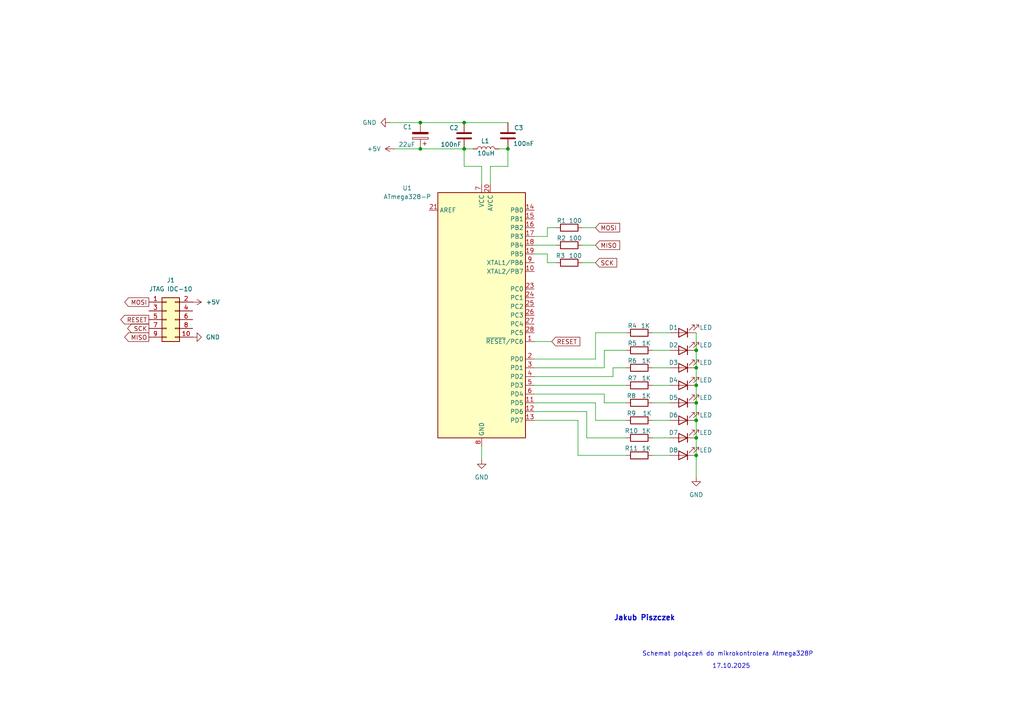
<source format=kicad_sch>
(kicad_sch (version 20250114) (generator "eeschema") (generator_version "9.0")
  (paper "A4")
  (lib_symbols
    (symbol "Connector_Generic:Conn_02x05_Odd_Even" (pin_names (offset 1.016) (hide yes))
      (property "Reference" "J" (at 1.27 7.62 0))
      (property "Value" "Conn_02x05_Odd_Even" (at 1.27 -7.62 0))
      (symbol "Conn_02x05_Odd_Even_1_1"
        (rectangle (start -1.27 6.35) (end 3.81 -6.35) (stroke (width 0.254)) (fill (type background)))
        (rectangle (start -1.27 5.207) (end 0 4.953) (stroke (width 0.1524)))
        (rectangle (start -1.27 2.667) (end 0 2.413) (stroke (width 0.1524)))
        (rectangle (start -1.27 0.127) (end 0 -0.127) (stroke (width 0.1524)))
        (rectangle (start -1.27 -2.413) (end 0 -2.667) (stroke (width 0.1524)))
        (rectangle (start -1.27 -4.953) (end 0 -5.207) (stroke (width 0.1524)))
        (rectangle (start 3.81 5.207) (end 2.54 4.953) (stroke (width 0.1524)))
        (rectangle (start 3.81 2.667) (end 2.54 2.413) (stroke (width 0.1524)))
        (rectangle (start 3.81 0.127) (end 2.54 -0.127) (stroke (width 0.1524)))
        (rectangle (start 3.81 -2.413) (end 2.54 -2.667) (stroke (width 0.1524)))
        (rectangle (start 3.81 -4.953) (end 2.54 -5.207) (stroke (width 0.1524)))
        (pin passive line (at -5.08 5.08 0) (length 3.81) (name "Pin_1") (number "1"))
        (pin passive line (at -5.08 2.54 0) (length 3.81) (name "Pin_3") (number "3"))
        (pin passive line (at -5.08 0 0) (length 3.81) (name "Pin_5") (number "5"))
        (pin passive line (at -5.08 -2.54 0) (length 3.81) (name "Pin_7") (number "7"))
        (pin passive line (at -5.08 -5.08 0) (length 3.81) (name "Pin_9") (number "9"))
        (pin passive line (at 7.62 5.08 180) (length 3.81) (name "Pin_2") (number "2"))
        (pin passive line (at 7.62 2.54 180) (length 3.81) (name "Pin_4") (number "4"))
        (pin passive line (at 7.62 0 180) (length 3.81) (name "Pin_6") (number "6"))
        (pin passive line (at 7.62 -2.54 180) (length 3.81) (name "Pin_8") (number "8"))
        (pin passive line (at 7.62 -5.08 180) (length 3.81) (name "Pin_10") (number "10"))
      )
    )
    (symbol "Device:C" (pin_numbers (hide yes)) (pin_names (offset 0.254))
      (property "Reference" "C" (at 0.635 2.54 0))
      (property "Value" "C" (at 0.635 -2.54 0))
      (symbol "C_0_1"
        (polyline (pts (xy -2.032 0.762) (xy 2.032 0.762)) (stroke (width 0.508)))
        (polyline (pts (xy -2.032 -0.762) (xy 2.032 -0.762)) (stroke (width 0.508)))
      )
      (symbol "C_1_1"
        (pin passive line (at 0 3.81 270) (length 2.794) (name "~") (number "1"))
        (pin passive line (at 0 -3.81 90) (length 2.794) (name "~") (number "2"))
      )
    )
    (symbol "Device:C_Polarized" (pin_numbers (hide yes)) (pin_names (offset 0.254))
      (property "Reference" "C" (at 0.635 2.54 0))
      (property "Value" "C_Polarized" (at 0.635 -2.54 0))
      (symbol "C_Polarized_0_1"
        (rectangle (start -2.286 0.508) (end 2.286 1.016))
        (polyline (pts (xy -1.778 2.286) (xy -0.762 2.286)))
        (polyline (pts (xy -1.27 2.794) (xy -1.27 1.778)))
        (rectangle (start 2.286 -0.508) (end -2.286 -1.016) (fill (type outline)))
      )
      (symbol "C_Polarized_1_1"
        (pin passive line (at 0 3.81 270) (length 2.794) (name "~") (number "1"))
        (pin passive line (at 0 -3.81 90) (length 2.794) (name "~") (number "2"))
      )
    )
    (symbol "Device:L" (pin_numbers (hide yes)) (pin_names (offset 1.016) (hide yes))
      (property "Reference" "L" (at -1.27 0 90))
      (property "Value" "L" (at 1.905 0 90))
      (symbol "L_0_1"
        (arc (start 0 2.54) (mid 0.6323 1.905) (end 0 1.27))
        (arc (start 0 1.27) (mid 0.6323 0.635) (end 0 0))
        (arc (start 0 0) (mid 0.6323 -0.635) (end 0 -1.27))
        (arc (start 0 -1.27) (mid 0.6323 -1.905) (end 0 -2.54))
      )
      (symbol "L_1_1"
        (pin passive line (at 0 3.81 270) (length 1.27) (name "1") (number "1"))
        (pin passive line (at 0 -3.81 90) (length 1.27) (name "2") (number "2"))
      )
    )
    (symbol "Device:LED" (pin_numbers (hide yes)) (pin_names (offset 1.016) (hide yes))
      (property "Reference" "D" (at 0 2.54 0))
      (property "Value" "LED" (at 0 -2.54 0))
      (symbol "LED_0_1"
        (polyline (pts (xy -3.048 -0.762) (xy -4.572 -2.286) (xy -3.81 -2.286) (xy -4.572 -2.286) (xy -4.572 -1.524)))
        (polyline (pts (xy -1.778 -0.762) (xy -3.302 -2.286) (xy -2.54 -2.286) (xy -3.302 -2.286) (xy -3.302 -1.524)))
        (polyline (pts (xy -1.27 0) (xy 1.27 0)))
        (polyline (pts (xy -1.27 -1.27) (xy -1.27 1.27)) (stroke (width 0.254)))
        (polyline (pts (xy 1.27 -1.27) (xy 1.27 1.27) (xy -1.27 0) (xy 1.27 -1.27)) (stroke (width 0.254)))
      )
      (symbol "LED_1_1"
        (pin passive line (at -3.81 0 0) (length 2.54) (name "K") (number "1"))
        (pin passive line (at 3.81 0 180) (length 2.54) (name "A") (number "2"))
      )
    )
    (symbol "Device:R" (pin_numbers (hide yes)) (pin_names (offset 0))
      (property "Reference" "R" (at 2.032 0 90))
      (property "Value" "R" (at 0 0 90))
      (symbol "R_0_1"
        (rectangle (start -1.016 -2.54) (end 1.016 2.54) (stroke (width 0.254)))
      )
      (symbol "R_1_1"
        (pin passive line (at 0 3.81 270) (length 1.27) (name "~") (number "1"))
        (pin passive line (at 0 -3.81 90) (length 1.27) (name "~") (number "2"))
      )
    )
    (symbol "MCU_Microchip_ATmega:ATmega328-P"
      (property "Reference" "U" (at -12.7 36.83 0))
      (property "Value" "ATmega328-P" (at 2.54 -36.83 0))
      (symbol "ATmega328-P_0_1"
        (rectangle (start -12.7 -35.56) (end 12.7 35.56) (stroke (width 0.254)) (fill (type background)))
      )
      (symbol "ATmega328-P_1_1"
        (pin passive line (at -15.24 30.48 0) (length 2.54) (name "AREF") (number "21"))
        (pin power_in line (at 0 38.1 270) (length 2.54) (name "VCC") (number "7"))
        (pin passive line (at 0 -38.1 90) (length 2.54) (hide yes) (name "GND") (number "22"))
        (pin power_in line (at 0 -38.1 90) (length 2.54) (name "GND") (number "8"))
        (pin power_in line (at 2.54 38.1 270) (length 2.54) (name "AVCC") (number "20"))
        (pin bidirectional line (at 15.24 30.48 180) (length 2.54) (name "PB0") (number "14"))
        (pin bidirectional line (at 15.24 27.94 180) (length 2.54) (name "PB1") (number "15"))
        (pin bidirectional line (at 15.24 25.4 180) (length 2.54) (name "PB2") (number "16"))
        (pin bidirectional line (at 15.24 22.86 180) (length 2.54) (name "PB3") (number "17"))
        (pin bidirectional line (at 15.24 20.32 180) (length 2.54) (name "PB4") (number "18"))
        (pin bidirectional line (at 15.24 17.78 180) (length 2.54) (name "PB5") (number "19"))
        (pin bidirectional line (at 15.24 15.24 180) (length 2.54) (name "XTAL1/PB6") (number "9"))
        (pin bidirectional line (at 15.24 12.7 180) (length 2.54) (name "XTAL2/PB7") (number "10"))
        (pin bidirectional line (at 15.24 7.62 180) (length 2.54) (name "PC0") (number "23"))
        (pin bidirectional line (at 15.24 5.08 180) (length 2.54) (name "PC1") (number "24"))
        (pin bidirectional line (at 15.24 2.54 180) (length 2.54) (name "PC2") (number "25"))
        (pin bidirectional line (at 15.24 0 180) (length 2.54) (name "PC3") (number "26"))
        (pin bidirectional line (at 15.24 -2.54 180) (length 2.54) (name "PC4") (number "27"))
        (pin bidirectional line (at 15.24 -5.08 180) (length 2.54) (name "PC5") (number "28"))
        (pin bidirectional line (at 15.24 -7.62 180) (length 2.54) (name "~{RESET}/PC6") (number "1"))
        (pin bidirectional line (at 15.24 -12.7 180) (length 2.54) (name "PD0") (number "2"))
        (pin bidirectional line (at 15.24 -15.24 180) (length 2.54) (name "PD1") (number "3"))
        (pin bidirectional line (at 15.24 -17.78 180) (length 2.54) (name "PD2") (number "4"))
        (pin bidirectional line (at 15.24 -20.32 180) (length 2.54) (name "PD3") (number "5"))
        (pin bidirectional line (at 15.24 -22.86 180) (length 2.54) (name "PD4") (number "6"))
        (pin bidirectional line (at 15.24 -25.4 180) (length 2.54) (name "PD5") (number "11"))
        (pin bidirectional line (at 15.24 -27.94 180) (length 2.54) (name "PD6") (number "12"))
        (pin bidirectional line (at 15.24 -30.48 180) (length 2.54) (name "PD7") (number "13"))
      )
    )
    (symbol "power:+5V" (power) (pin_numbers (hide yes)) (pin_names (offset 0) (hide yes))
      (property "Value" "+5V" (at 0 3.556 0))
      (symbol "+5V_0_1"
        (polyline (pts (xy -0.762 1.27) (xy 0 2.54)))
        (polyline (pts (xy 0 2.54) (xy 0.762 1.27)))
        (polyline (pts (xy 0 0) (xy 0 2.54)))
      )
      (symbol "+5V_1_1"
        (pin power_in line (at 0 0 90) (length 0) (name "~") (number "1"))
      )
    )
    (symbol "power:GND" (power) (pin_numbers (hide yes)) (pin_names (offset 0) (hide yes))
      (property "Value" "GND" (at 0 -3.81 0))
      (symbol "GND_0_1"
        (polyline (pts (xy 0 0) (xy 0 -1.27) (xy 1.27 -1.27) (xy 0 -2.54) (xy -1.27 -1.27) (xy 0 -1.27)))
      )
      (symbol "GND_1_1"
        (pin power_in line (at 0 0 270) (length 0) (name "~") (number "1"))
      )
    )
  )
  (text "Jakub Piszczek" (at 186.944 179.324 0) (effects (font (size 1.524 1.524) (thickness 0.3048) (bold yes))))
  (text "17.10.2025" (at 212.09 193.294 0) (effects (font (size 1.27 1.27))))
  (text "Schemat połączeń do mikrokontrolera Atmega328P" (at 211.074 189.738 0) (effects (font (size 1.27 1.27))))
  (junction (at 201.93 101.6))
  (junction (at 201.93 106.68))
  (junction (at 201.93 116.84))
  (junction (at 134.62 43.18))
  (junction (at 134.62 35.56))
  (junction (at 201.93 127))
  (junction (at 147.32 43.18))
  (junction (at 121.92 43.18))
  (junction (at 121.92 35.56))
  (junction (at 201.93 121.92))
  (junction (at 201.93 111.76))
  (junction (at 201.93 132.08))
  (wire (pts (xy 201.93 111.76) (xy 201.93 116.84)))
  (wire (pts (xy 114.3 43.18) (xy 121.92 43.18)))
  (wire (pts (xy 189.23 106.68) (xy 194.31 106.68)))
  (wire (pts (xy 134.62 43.18) (xy 134.62 48.26)))
  (wire (pts (xy 172.72 104.14) (xy 172.72 96.52)))
  (wire (pts (xy 147.32 43.18) (xy 147.32 48.26)))
  (wire (pts (xy 189.23 116.84) (xy 194.31 116.84)))
  (wire (pts (xy 158.75 66.04) (xy 161.29 66.04)))
  (wire (pts (xy 121.92 43.18) (xy 134.62 43.18)))
  (wire (pts (xy 142.24 53.34) (xy 142.24 48.26)))
  (wire (pts (xy 113.03 35.56) (xy 121.92 35.56)))
  (wire (pts (xy 144.78 43.18) (xy 147.32 43.18)))
  (wire (pts (xy 201.93 116.84) (xy 201.93 121.92)))
  (wire (pts (xy 134.62 48.26) (xy 139.7 48.26)))
  (wire (pts (xy 181.61 132.08) (xy 167.64 132.08)))
  (wire (pts (xy 158.75 76.2) (xy 161.29 76.2)))
  (wire (pts (xy 142.24 48.26) (xy 147.32 48.26)))
  (wire (pts (xy 201.93 121.92) (xy 201.93 127)))
  (wire (pts (xy 154.94 99.06) (xy 160.02 99.06)))
  (wire (pts (xy 175.26 101.6) (xy 181.61 101.6)))
  (wire (pts (xy 154.94 114.3) (xy 175.26 114.3)))
  (wire (pts (xy 189.23 111.76) (xy 194.31 111.76)))
  (wire (pts (xy 170.18 127) (xy 181.61 127)))
  (wire (pts (xy 154.94 119.38) (xy 170.18 119.38)))
  (wire (pts (xy 189.23 121.92) (xy 194.31 121.92)))
  (wire (pts (xy 158.75 68.58) (xy 158.75 66.04)))
  (wire (pts (xy 139.7 129.54) (xy 139.7 133.35)))
  (wire (pts (xy 154.94 104.14) (xy 172.72 104.14)))
  (wire (pts (xy 201.93 127) (xy 201.93 132.08)))
  (wire (pts (xy 168.91 71.12) (xy 172.72 71.12)))
  (wire (pts (xy 154.94 106.68) (xy 175.26 106.68)))
  (wire (pts (xy 168.91 66.04) (xy 172.72 66.04)))
  (wire (pts (xy 154.94 73.66) (xy 158.75 73.66)))
  (wire (pts (xy 168.91 76.2) (xy 172.72 76.2)))
  (wire (pts (xy 154.94 109.22) (xy 177.8 109.22)))
  (wire (pts (xy 154.94 111.76) (xy 181.61 111.76)))
  (wire (pts (xy 172.72 121.92) (xy 172.72 116.84)))
  (wire (pts (xy 170.18 119.38) (xy 170.18 127)))
  (wire (pts (xy 189.23 96.52) (xy 194.31 96.52)))
  (wire (pts (xy 139.7 48.26) (xy 139.7 53.34)))
  (wire (pts (xy 201.93 106.68) (xy 201.93 111.76)))
  (wire (pts (xy 189.23 101.6) (xy 194.31 101.6)))
  (wire (pts (xy 172.72 116.84) (xy 154.94 116.84)))
  (wire (pts (xy 134.62 35.56) (xy 147.32 35.56)))
  (wire (pts (xy 167.64 121.92) (xy 154.94 121.92)))
  (wire (pts (xy 189.23 127) (xy 194.31 127)))
  (wire (pts (xy 189.23 132.08) (xy 194.31 132.08)))
  (wire (pts (xy 172.72 96.52) (xy 181.61 96.52)))
  (wire (pts (xy 177.8 106.68) (xy 181.61 106.68)))
  (wire (pts (xy 134.62 43.18) (xy 137.16 43.18)))
  (wire (pts (xy 177.8 106.68) (xy 177.8 109.22)))
  (wire (pts (xy 175.26 114.3) (xy 175.26 116.84)))
  (wire (pts (xy 201.93 132.08) (xy 201.93 138.43)))
  (wire (pts (xy 181.61 121.92) (xy 172.72 121.92)))
  (wire (pts (xy 158.75 73.66) (xy 158.75 76.2)))
  (wire (pts (xy 154.94 71.12) (xy 161.29 71.12)))
  (wire (pts (xy 167.64 132.08) (xy 167.64 121.92)))
  (wire (pts (xy 175.26 116.84) (xy 181.61 116.84)))
  (wire (pts (xy 201.93 101.6) (xy 201.93 106.68)))
  (wire (pts (xy 175.26 106.68) (xy 175.26 101.6)))
  (wire (pts (xy 201.93 96.52) (xy 201.93 101.6)))
  (wire (pts (xy 154.94 68.58) (xy 158.75 68.58)))
  (wire (pts (xy 121.92 35.56) (xy 134.62 35.56)))
  (global_label "MISO" (shape input) (at 172.72 71.12 0) (property "Intersheetrefs" "${INTERSHEET_REFS}" (effects (hide yes))))
  (global_label "RESET" (shape input) (at 160.02 99.06 0) (property "Intersheetrefs" "${INTERSHEET_REFS}" (effects (hide yes))))
  (global_label "RESET" (shape output) (at 43.18 92.71 180) (property "Intersheetrefs" "${INTERSHEET_REFS}" (effects (hide yes))))
  (global_label "MISO" (shape output) (at 43.18 97.79 180) (property "Intersheetrefs" "${INTERSHEET_REFS}" (effects (hide yes))))
  (global_label "SCK" (shape input) (at 172.72 76.2 0) (property "Intersheetrefs" "${INTERSHEET_REFS}" (effects (hide yes))))
  (global_label "MOSI" (shape input) (at 172.72 66.04 0) (property "Intersheetrefs" "${INTERSHEET_REFS}" (effects (hide yes))))
  (global_label "MOSI" (shape output) (at 43.18 87.63 180) (property "Intersheetrefs" "${INTERSHEET_REFS}" (effects (hide yes))))
  (global_label "SCK" (shape output) (at 43.18 95.25 180) (property "Intersheetrefs" "${INTERSHEET_REFS}" (effects (hide yes))))
  (symbol (lib_id "power:GND") (at 139.7 133.35 0) (unit 1)
    (property "Reference" "#PWR05" (effects (hide yes)))
    (property "Value" "GND" (at 139.7 138.43 0))
    (property "Description" "Power symbol creates a global label with name \"GND\" , ground" (effects (hide yes)))
  )
  (symbol (lib_id "power:+5V") (at 114.3 43.18 90) (unit 1)
    (property "Reference" "#PWR03" (effects (hide yes)))
    (property "Value" "+5V" (at 110.49 43.1799 90) (effects (justify left)))
    (property "Description" "Power symbol creates a global label with name \"+5V\"" (effects (hide yes)))
  )
  (symbol (lib_id "Device:LED") (at 198.12 101.6 180) (unit 1)
    (property "Reference" "D2" (at 195.326 100.076 0))
    (property "Value" "LED" (at 204.724 100.076 0))
    (property "Description" "Light emitting diode" (effects (hide yes)))
    (property "Sim.Pins" "1=K 2=A" (effects (hide yes)))
  )
  (symbol (lib_id "Device:R") (at 185.42 127 90) (unit 1)
    (property "Reference" "R10" (at 183.134 124.968 90))
    (property "Value" "1K" (at 187.452 124.968 90))
    (property "Description" "Resistor" (effects (hide yes)))
  )
  (symbol (lib_id "Device:R") (at 185.42 106.68 90) (unit 1)
    (property "Reference" "R6" (at 183.388 104.648 90))
    (property "Value" "1K" (at 187.452 104.648 90))
    (property "Description" "Resistor" (effects (hide yes)))
  )
  (symbol (lib_id "Device:R") (at 165.1 71.12 90) (unit 1)
    (property "Reference" "R2" (at 162.814 69.088 90))
    (property "Value" "100" (at 166.878 69.088 90))
    (property "Description" "Resistor" (effects (hide yes)))
  )
  (symbol (lib_id "Device:LED") (at 198.12 96.52 180) (unit 1)
    (property "Reference" "D1" (at 195.326 94.996 0))
    (property "Value" "LED" (at 204.724 94.996 0))
    (property "Description" "Light emitting diode" (effects (hide yes)))
    (property "Sim.Pins" "1=K 2=A" (effects (hide yes)))
  )
  (symbol (lib_id "Device:R") (at 165.1 66.04 90) (unit 1)
    (property "Reference" "R1" (at 162.814 64.008 90))
    (property "Value" "100" (at 166.878 64.008 90))
    (property "Description" "Resistor" (effects (hide yes)))
  )
  (symbol (lib_id "Device:R") (at 185.42 132.08 90) (unit 1)
    (property "Reference" "R11" (at 183.134 130.048 90))
    (property "Value" "1K" (at 187.452 130.048 90))
    (property "Description" "Resistor" (effects (hide yes)))
  )
  (symbol (lib_id "Device:R") (at 185.42 96.52 90) (unit 1)
    (property "Reference" "R4" (at 183.388 94.488 90))
    (property "Value" "1K" (at 187.198 94.488 90))
    (property "Description" "Resistor" (effects (hide yes)))
  )
  (symbol (lib_id "Device:LED") (at 198.12 116.84 180) (unit 1)
    (property "Reference" "D5" (at 195.326 115.316 0))
    (property "Value" "LED" (at 204.724 115.316 0))
    (property "Description" "Light emitting diode" (effects (hide yes)))
    (property "Sim.Pins" "1=K 2=A" (effects (hide yes)))
  )
  (symbol (lib_id "Device:C_Polarized") (at 121.92 39.37 180) (unit 1)
    (property "Reference" "C1" (at 116.84 36.83 0) (effects (justify right)))
    (property "Value" "22uF" (at 115.57 41.91 0) (effects (justify right)))
    (property "Description" "Polarized capacitor" (effects (hide yes)))
  )
  (symbol (lib_id "Device:LED") (at 198.12 132.08 180) (unit 1)
    (property "Reference" "D8" (at 195.326 130.556 0))
    (property "Value" "LED" (at 204.724 130.556 0))
    (property "Description" "Light emitting diode" (effects (hide yes)))
    (property "Sim.Pins" "1=K 2=A" (effects (hide yes)))
  )
  (symbol (lib_id "Device:C") (at 147.32 39.37 0) (unit 1)
    (property "Reference" "C3" (at 149.098 37.084 0) (effects (justify left)))
    (property "Value" "100nF" (at 148.844 41.656 0) (effects (justify left)))
    (property "Description" "Unpolarized capacitor" (effects (hide yes)))
  )
  (symbol (lib_id "power:GND") (at 113.03 35.56 270) (unit 1)
    (property "Reference" "#PWR04" (effects (hide yes)))
    (property "Value" "GND" (at 109.22 35.5599 90) (effects (justify right)))
    (property "Description" "Power symbol creates a global label with name \"GND\" , ground" (effects (hide yes)))
  )
  (symbol (lib_id "power:+5V") (at 55.88 87.63 270) (unit 1)
    (property "Reference" "#PWR01" (effects (hide yes)))
    (property "Value" "+5V" (at 59.69 87.6299 90) (effects (justify left)))
    (property "Description" "Power symbol creates a global label with name \"+5V\"" (effects (hide yes)))
  )
  (symbol (lib_id "Device:L") (at 140.97 43.18 90) (unit 1)
    (property "Reference" "L1" (at 140.716 40.894 90))
    (property "Value" "10uH" (at 140.97 44.45 90))
    (property "Description" "Inductor" (effects (hide yes)))
  )
  (symbol (lib_id "Device:R") (at 185.42 111.76 90) (unit 1)
    (property "Reference" "R7" (at 183.388 109.728 90))
    (property "Value" "1K" (at 187.452 109.728 90))
    (property "Description" "Resistor" (effects (hide yes)))
  )
  (symbol (lib_id "Device:LED") (at 198.12 121.92 180) (unit 1)
    (property "Reference" "D6" (at 195.326 120.396 0))
    (property "Value" "LED" (at 204.724 120.396 0))
    (property "Description" "Light emitting diode" (effects (hide yes)))
    (property "Sim.Pins" "1=K 2=A" (effects (hide yes)))
  )
  (symbol (lib_id "Device:R") (at 165.1 76.2 90) (unit 1)
    (property "Reference" "R3" (at 162.56 74.168 90))
    (property "Value" "100" (at 166.878 74.168 90))
    (property "Description" "Resistor" (effects (hide yes)))
  )
  (symbol (lib_id "Device:R") (at 185.42 116.84 90) (unit 1)
    (property "Reference" "R8" (at 183.134 114.808 90))
    (property "Value" "1K" (at 187.452 114.808 90))
    (property "Description" "Resistor" (effects (hide yes)))
  )
  (symbol (lib_id "Device:LED") (at 198.12 111.76 180) (unit 1)
    (property "Reference" "D4" (at 195.326 110.236 0))
    (property "Value" "LED" (at 204.724 110.236 0))
    (property "Description" "Light emitting diode" (effects (hide yes)))
    (property "Sim.Pins" "1=K 2=A" (effects (hide yes)))
  )
  (symbol (lib_id "power:GND") (at 55.88 97.79 90) (unit 1)
    (property "Reference" "#PWR02" (effects (hide yes)))
    (property "Value" "GND" (at 59.69 97.7899 90) (effects (justify right)))
    (property "Description" "Power symbol creates a global label with name \"GND\" , ground" (effects (hide yes)))
  )
  (symbol (lib_id "Device:LED") (at 198.12 127 180) (unit 1)
    (property "Reference" "D7" (at 195.326 125.476 0))
    (property "Value" "LED" (at 204.724 125.476 0))
    (property "Description" "Light emitting diode" (effects (hide yes)))
    (property "Sim.Pins" "1=K 2=A" (effects (hide yes)))
  )
  (symbol (lib_id "MCU_Microchip_ATmega:ATmega328-P") (at 139.7 91.44 0) (unit 1)
    (property "Reference" "U1" (at 118.11 54.5398 0))
    (property "Value" "ATmega328-P" (at 118.11 57.0798 0))
    (property "Footprint" "Package_DIP:DIP-28_W7.62mm" (effects (hide yes)))
    (property "Datasheet" "http://ww1.microchip.com/downloads/en/DeviceDoc/ATmega328_P%20AVR%20MCU%20with%20picoPower%20Technology%20Data%20Sheet%2040001984A.pdf" (effects (hide yes)))
    (property "Description" "20MHz, 32kB Flash, 2kB SRAM, 1kB EEPROM, DIP-28" (effects (hide yes)))
  )
  (symbol (lib_id "Device:R") (at 185.42 101.6 90) (unit 1)
    (property "Reference" "R5" (at 183.388 99.568 90))
    (property "Value" "1K" (at 187.452 99.568 90))
    (property "Description" "Resistor" (effects (hide yes)))
  )
  (symbol (lib_id "Device:LED") (at 198.12 106.68 180) (unit 1)
    (property "Reference" "D3" (at 195.326 105.156 0))
    (property "Value" "LED" (at 204.724 105.156 0))
    (property "Description" "Light emitting diode" (effects (hide yes)))
    (property "Sim.Pins" "1=K 2=A" (effects (hide yes)))
  )
  (symbol (lib_id "Connector_Generic:Conn_02x05_Odd_Even") (at 48.26 92.71 0) (unit 1)
    (property "Reference" "J1" (at 49.53 81.28 0))
    (property "Value" "JTAG IDC-10" (at 49.53 83.82 0))
    (property "Description" "Generic connector, double row, 02x05, odd/even pin numbering scheme (row 1 odd numbers, row 2 even numbers), script generated (kicad-library-utils/schlib/autogen/connector/)" (effects (hide yes)))
  )
  (symbol (lib_id "Device:R") (at 185.42 121.92 90) (unit 1)
    (property "Reference" "R9" (at 183.134 119.888 90))
    (property "Value" "1K" (at 187.706 119.888 90))
    (property "Description" "Resistor" (effects (hide yes)))
  )
  (symbol (lib_id "Device:C") (at 134.62 39.37 0) (unit 1)
    (property "Reference" "C2" (at 130.302 37.084 0) (effects (justify left)))
    (property "Value" "100nF" (at 127.762 41.91 0) (effects (justify left)))
    (property "Description" "Unpolarized capacitor" (effects (hide yes)))
  )
  (symbol (lib_id "power:GND") (at 201.93 138.43 0) (unit 1)
    (property "Reference" "#PWR06" (effects (hide yes)))
    (property "Value" "GND" (at 201.93 143.51 0))
    (property "Description" "Power symbol creates a global label with name \"GND\" , ground" (effects (hide yes)))
  )
)
</source>
